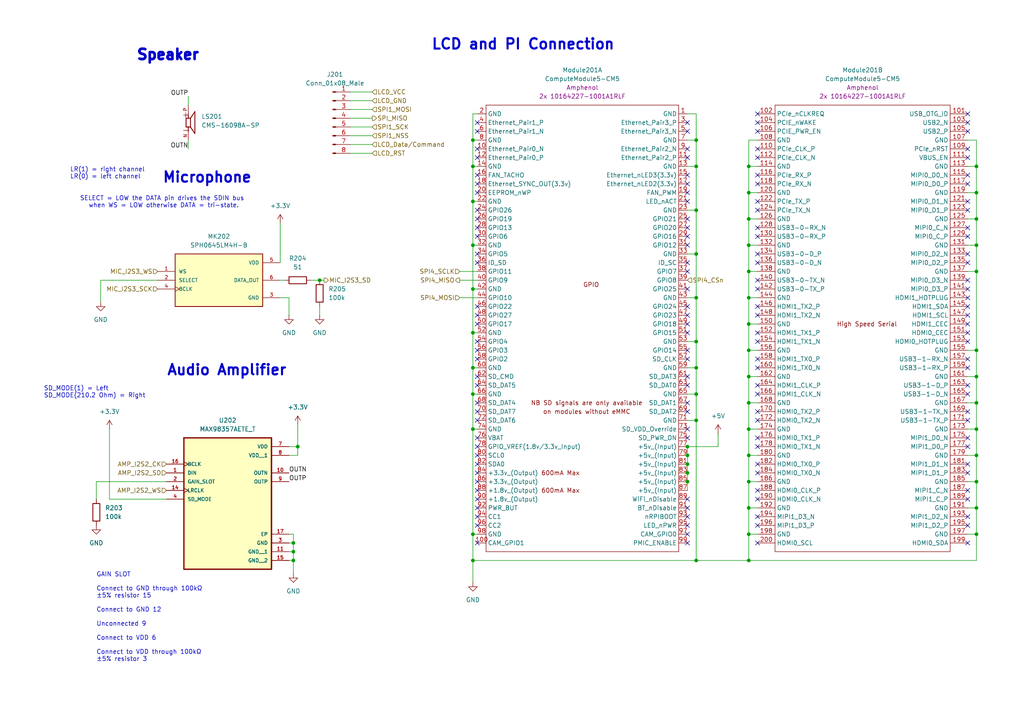
<source format=kicad_sch>
(kicad_sch (version 20250114) (generator "eeschema") (generator_version "9.0")
  (paper "A4")
  (lib_symbols
    (symbol "+3.3V_1" (power) (pin_numbers (hide yes)) (pin_names (offset 0) (hide yes))
      (property "Value" "+3.3V" (at 0 3.556 0))
      (symbol "+3.3V_1_0_1"
        (polyline (pts (xy -0.762 1.27) (xy 0 2.54)))
        (polyline (pts (xy 0 2.54) (xy 0.762 1.27)))
        (polyline (pts (xy 0 0) (xy 0 2.54)))
      )
      (symbol "+3.3V_1_1_1"
        (pin power_in line (at 0 0 90) (length 0) (name "~") (number "1"))
      )
    )
    (symbol "CM5IO:ComputeModule5-CM5"
      (property "Reference" "Module" (at 113.03 -68.58 0))
      (property "Value" "ComputeModule5-CM5" (at 140.97 2.54 0))
      (property "Field4" "Amphenol" (at 0 0 0))
      (property "Field5" "2x 10164227-1001A1RLF" (at 0 -2.54 0))
      (symbol "ComputeModule5-CM5_1_0"
        (text "GPIO" (at 0 6.35 0) (effects (font (size 1.27 1.27))))
      )
      (symbol "ComputeModule5-CM5_1_1"
        (rectangle (start -30.48 -71.12) (end 25.4 58.42))
        (text "600mA Max" (at -8.89 -48.26 0) (effects (font (size 1.27 1.27))))
        (text "600mA Max" (at -8.89 -53.34 0) (effects (font (size 1.27 1.27))))
        (text "NB SD signals are only available" (at -1.27 -27.94 0) (effects (font (size 1.27 1.27))))
        (text "on modules without eMMC" (at -1.27 -30.48 0) (effects (font (size 1.27 1.27))))
        (pin power_in line (at -33.02 55.88 0) (length 2.54) (name "GND") (number "2"))
        (pin passive line (at -33.02 53.34 0) (length 2.54) (name "Ethernet_Pair1_P") (number "4"))
        (pin passive line (at -33.02 50.8 0) (length 2.54) (name "Ethernet_Pair1_N") (number "6"))
        (pin power_in line (at -33.02 48.26 0) (length 2.54) (name "GND") (number "8"))
        (pin passive line (at -33.02 45.72 0) (length 2.54) (name "Ethernet_Pair0_N") (number "10"))
        (pin passive line (at -33.02 43.18 0) (length 2.54) (name "Ethernet_Pair0_P") (number "12"))
        (pin power_in line (at -33.02 40.64 0) (length 2.54) (name "GND") (number "14"))
        (pin input line (at -33.02 38.1 0) (length 2.54) (name "FAN_TACHO") (number "16"))
        (pin input line (at -33.02 35.56 0) (length 2.54) (name "Ethernet_SYNC_OUT(3.3v)") (number "18"))
        (pin passive line (at -33.02 33.02 0) (length 2.54) (name "EEPROM_nWP") (number "20"))
        (pin power_in line (at -33.02 30.48 0) (length 2.54) (name "GND") (number "22"))
        (pin passive line (at -33.02 27.94 0) (length 2.54) (name "GPIO26") (number "24"))
        (pin passive line (at -33.02 25.4 0) (length 2.54) (name "GPIO19") (number "26"))
        (pin passive line (at -33.02 22.86 0) (length 2.54) (name "GPIO13") (number "28"))
        (pin passive line (at -33.02 20.32 0) (length 2.54) (name "GPIO6") (number "30"))
        (pin power_in line (at -33.02 17.78 0) (length 2.54) (name "GND") (number "32"))
        (pin passive line (at -33.02 15.24 0) (length 2.54) (name "GPIO5") (number "34"))
        (pin passive line (at -33.02 12.7 0) (length 2.54) (name "ID_SD") (number "36"))
        (pin passive line (at -33.02 10.16 0) (length 2.54) (name "GPIO11") (number "38"))
        (pin passive line (at -33.02 7.62 0) (length 2.54) (name "GPIO9") (number "40"))
        (pin power_in line (at -33.02 5.08 0) (length 2.54) (name "GND") (number "42"))
        (pin passive line (at -33.02 2.54 0) (length 2.54) (name "GPIO10") (number "44"))
        (pin passive line (at -33.02 0 0) (length 2.54) (name "GPIO22") (number "46"))
        (pin passive line (at -33.02 -2.54 0) (length 2.54) (name "GPIO27") (number "48"))
        (pin passive line (at -33.02 -5.08 0) (length 2.54) (name "GPIO17") (number "50"))
        (pin power_in line (at -33.02 -7.62 0) (length 2.54) (name "GND") (number "52"))
        (pin passive line (at -33.02 -10.16 0) (length 2.54) (name "GPIO4") (number "54"))
        (pin passive line (at -33.02 -12.7 0) (length 2.54) (name "GPIO3") (number "56"))
        (pin passive line (at -33.02 -15.24 0) (length 2.54) (name "GPIO2") (number "58"))
        (pin power_in line (at -33.02 -17.78 0) (length 2.54) (name "GND") (number "60"))
        (pin passive line (at -33.02 -20.32 0) (length 2.54) (name "SD_CMD") (number "62"))
        (pin passive line (at -33.02 -22.86 0) (length 2.54) (name "SD_DAT5") (number "64"))
        (pin power_in line (at -33.02 -25.4 0) (length 2.54) (name "GND") (number "66"))
        (pin passive line (at -33.02 -27.94 0) (length 2.54) (name "SD_DAT4") (number "68"))
        (pin passive line (at -33.02 -30.48 0) (length 2.54) (name "SD_DAT7") (number "70"))
        (pin passive line (at -33.02 -33.02 0) (length 2.54) (name "SD_DAT6") (number "72"))
        (pin power_in line (at -33.02 -35.56 0) (length 2.54) (name "GND") (number "74"))
        (pin passive line (at -33.02 -38.1 0) (length 2.54) (name "VBAT") (number "76"))
        (pin power_in line (at -33.02 -40.64 0) (length 2.54) (name "GPIO_VREF(1.8v/3.3v_Input)") (number "78"))
        (pin passive line (at -33.02 -43.18 0) (length 2.54) (name "SCL0") (number "80"))
        (pin passive line (at -33.02 -45.72 0) (length 2.54) (name "SDA0") (number "82"))
        (pin power_out line (at -33.02 -48.26 0) (length 2.54) (name "+3.3v_(Output)") (number "84"))
        (pin passive line (at -33.02 -50.8 0) (length 2.54) (name "+3.3v_(Output)") (number "86"))
        (pin power_out line (at -33.02 -53.34 0) (length 2.54) (name "+1.8v_(Output)") (number "88"))
        (pin passive line (at -33.02 -55.88 0) (length 2.54) (name "+1.8v_(Output)") (number "90"))
        (pin passive line (at -33.02 -58.42 0) (length 2.54) (name "PWR_BUT") (number "92"))
        (pin passive line (at -33.02 -60.96 0) (length 2.54) (name "CC1") (number "94"))
        (pin passive line (at -33.02 -63.5 0) (length 2.54) (name "CC2") (number "96"))
        (pin power_in line (at -33.02 -66.04 0) (length 2.54) (name "GND") (number "98"))
        (pin passive line (at -33.02 -68.58 0) (length 2.54) (name "CAM_GPIO1") (number "100"))
        (pin power_in line (at 27.94 55.88 180) (length 2.54) (name "GND") (number "1"))
        (pin passive line (at 27.94 53.34 180) (length 2.54) (name "Ethernet_Pair3_P") (number "3"))
        (pin passive line (at 27.94 50.8 180) (length 2.54) (name "Ethernet_Pair3_N") (number "5"))
        (pin power_in line (at 27.94 48.26 180) (length 2.54) (name "GND") (number "7"))
        (pin passive line (at 27.94 45.72 180) (length 2.54) (name "Ethernet_Pair2_N") (number "9"))
        (pin passive line (at 27.94 43.18 180) (length 2.54) (name "Ethernet_Pair2_P") (number "11"))
        (pin power_in line (at 27.94 40.64 180) (length 2.54) (name "GND") (number "13"))
        (pin output line (at 27.94 38.1 180) (length 2.54) (name "Ethernet_nLED3(3.3v)") (number "15"))
        (pin output line (at 27.94 35.56 180) (length 2.54) (name "Ethernet_nLED2(3.3v)") (number "17"))
        (pin output line (at 27.94 33.02 180) (length 2.54) (name "FAN_PWM") (number "19"))
        (pin open_collector line (at 27.94 30.48 180) (length 2.54) (name "LED_nACT") (number "21"))
        (pin power_in line (at 27.94 27.94 180) (length 2.54) (name "GND") (number "23"))
        (pin passive line (at 27.94 25.4 180) (length 2.54) (name "GPIO21") (number "25"))
        (pin passive line (at 27.94 22.86 180) (length 2.54) (name "GPIO20") (number "27"))
        (pin passive line (at 27.94 20.32 180) (length 2.54) (name "GPIO16") (number "29"))
        (pin passive line (at 27.94 17.78 180) (length 2.54) (name "GPIO12") (number "31"))
        (pin power_in line (at 27.94 15.24 180) (length 2.54) (name "GND") (number "33"))
        (pin passive line (at 27.94 12.7 180) (length 2.54) (name "ID_SC") (number "35"))
        (pin passive line (at 27.94 10.16 180) (length 2.54) (name "GPIO7") (number "37"))
        (pin passive line (at 27.94 7.62 180) (length 2.54) (name "GPIO8") (number "39"))
        (pin passive line (at 27.94 5.08 180) (length 2.54) (name "GPIO25") (number "41"))
        (pin power_in line (at 27.94 2.54 180) (length 2.54) (name "GND") (number "43"))
        (pin passive line (at 27.94 0 180) (length 2.54) (name "GPIO24") (number "45"))
        (pin passive line (at 27.94 -2.54 180) (length 2.54) (name "GPIO23") (number "47"))
        (pin passive line (at 27.94 -5.08 180) (length 2.54) (name "GPIO18") (number "49"))
        (pin passive line (at 27.94 -7.62 180) (length 2.54) (name "GPIO15") (number "51"))
        (pin power_in line (at 27.94 -10.16 180) (length 2.54) (name "GND") (number "53"))
        (pin passive line (at 27.94 -12.7 180) (length 2.54) (name "GPIO14") (number "55"))
        (pin passive line (at 27.94 -15.24 180) (length 2.54) (name "SD_CLK") (number "57"))
        (pin power_in line (at 27.94 -17.78 180) (length 2.54) (name "GND") (number "59"))
        (pin passive line (at 27.94 -20.32 180) (length 2.54) (name "SD_DAT3") (number "61"))
        (pin passive line (at 27.94 -22.86 180) (length 2.54) (name "SD_DAT0") (number "63"))
        (pin power_in line (at 27.94 -25.4 180) (length 2.54) (name "GND") (number "65"))
        (pin passive line (at 27.94 -27.94 180) (length 2.54) (name "SD_DAT1") (number "67"))
        (pin passive line (at 27.94 -30.48 180) (length 2.54) (name "SD_DAT2") (number "69"))
        (pin power_in line (at 27.94 -33.02 180) (length 2.54) (name "GND") (number "71"))
        (pin input line (at 27.94 -35.56 180) (length 2.54) (name "SD_VDD_Override") (number "73"))
        (pin output line (at 27.94 -38.1 180) (length 2.54) (name "SD_PWR_ON") (number "75"))
        (pin power_in line (at 27.94 -40.64 180) (length 2.54) (name "+5v_(Input)") (number "77"))
        (pin power_in line (at 27.94 -43.18 180) (length 2.54) (name "+5v_(Input)") (number "79"))
        (pin power_in line (at 27.94 -45.72 180) (length 2.54) (name "+5v_(Input)") (number "81"))
        (pin power_in line (at 27.94 -48.26 180) (length 2.54) (name "+5v_(Input)") (number "83"))
        (pin power_in line (at 27.94 -50.8 180) (length 2.54) (name "+5v_(Input)") (number "85"))
        (pin power_in line (at 27.94 -53.34 180) (length 2.54) (name "+5v_(Input)") (number "87"))
        (pin input line (at 27.94 -55.88 180) (length 2.54) (name "WiFi_nDisable") (number "89"))
        (pin input line (at 27.94 -58.42 180) (length 2.54) (name "BT_nDisable") (number "91"))
        (pin input line (at 27.94 -60.96 180) (length 2.54) (name "nRPIBOOT") (number "93"))
        (pin output line (at 27.94 -63.5 180) (length 2.54) (name "LED_nPWR") (number "95"))
        (pin passive line (at 27.94 -66.04 180) (length 2.54) (name "CAM_GPIO0") (number "97"))
        (pin input line (at 27.94 -68.58 180) (length 2.54) (name "PMIC_ENABLE") (number "99"))
      )
      (symbol "ComputeModule5-CM5_2_1"
        (rectangle (start 114.3 -66.04) (end 165.1 63.5))
        (text "High Speed Serial" (at 140.97 0 0) (effects (font (size 1.27 1.27))))
        (pin input line (at 109.22 60.96 0) (length 5.08) (name "PCIe_nCLKREQ") (number "102"))
        (pin input line (at 109.22 58.42 0) (length 5.08) (name "PCIE_nWAKE") (number "104"))
        (pin output line (at 109.22 55.88 0) (length 5.08) (name "PCIE_PWR_EN") (number "106"))
        (pin power_in line (at 109.22 53.34 0) (length 5.08) (name "GND") (number "108"))
        (pin output line (at 109.22 50.8 0) (length 5.08) (name "PCIe_CLK_P") (number "110"))
        (pin output line (at 109.22 48.26 0) (length 5.08) (name "PCIe_CLK_N") (number "112"))
        (pin power_in line (at 109.22 45.72 0) (length 5.08) (name "GND") (number "114"))
        (pin input line (at 109.22 43.18 0) (length 5.08) (name "PCIe_RX_P") (number "116"))
        (pin input line (at 109.22 40.64 0) (length 5.08) (name "PCIe_RX_N") (number "118"))
        (pin power_in line (at 109.22 38.1 0) (length 5.08) (name "GND") (number "120"))
        (pin output line (at 109.22 35.56 0) (length 5.08) (name "PCIe_TX_P") (number "122"))
        (pin output line (at 109.22 33.02 0) (length 5.08) (name "PCIe_TX_N") (number "124"))
        (pin power_in line (at 109.22 30.48 0) (length 5.08) (name "GND") (number "126"))
        (pin input line (at 109.22 27.94 0) (length 5.08) (name "USB3-0-RX_N") (number "128"))
        (pin input line (at 109.22 25.4 0) (length 5.08) (name "USB3-0-RX_P") (number "130"))
        (pin power_in line (at 109.22 22.86 0) (length 5.08) (name "GND") (number "132"))
        (pin passive line (at 109.22 20.32 0) (length 5.08) (name "USB3-0-D_P") (number "134"))
        (pin passive line (at 109.22 17.78 0) (length 5.08) (name "USB3-0-D_N") (number "136"))
        (pin power_in line (at 109.22 15.24 0) (length 5.08) (name "GND") (number "138"))
        (pin output line (at 109.22 12.7 0) (length 5.08) (name "USB3-0-TX_N") (number "140"))
        (pin output line (at 109.22 10.16 0) (length 5.08) (name "USB3-0-TX_P") (number "142"))
        (pin power_in line (at 109.22 7.62 0) (length 5.08) (name "GND") (number "144"))
        (pin output line (at 109.22 5.08 0) (length 5.08) (name "HDMI1_TX2_P") (number "146"))
        (pin output line (at 109.22 2.54 0) (length 5.08) (name "HDMI1_TX2_N") (number "148"))
        (pin power_in line (at 109.22 0 0) (length 5.08) (name "GND") (number "150"))
        (pin output line (at 109.22 -2.54 0) (length 5.08) (name "HDMI1_TX1_P") (number "152"))
        (pin output line (at 109.22 -5.08 0) (length 5.08) (name "HDMI1_TX1_N") (number "154"))
        (pin power_in line (at 109.22 -7.62 0) (length 5.08) (name "GND") (number "156"))
        (pin output line (at 109.22 -10.16 0) (length 5.08) (name "HDMI1_TX0_P") (number "158"))
        (pin output line (at 109.22 -12.7 0) (length 5.08) (name "HDMI1_TX0_N") (number "160"))
        (pin power_in line (at 109.22 -15.24 0) (length 5.08) (name "GND") (number "162"))
        (pin output line (at 109.22 -17.78 0) (length 5.08) (name "HDMI1_CLK_P") (number "164"))
        (pin output line (at 109.22 -20.32 0) (length 5.08) (name "HDMI1_CLK_N") (number "166"))
        (pin power_in line (at 109.22 -22.86 0) (length 5.08) (name "GND") (number "168"))
        (pin output line (at 109.22 -25.4 0) (length 5.08) (name "HDMI0_TX2_P") (number "170"))
        (pin output line (at 109.22 -27.94 0) (length 5.08) (name "HDMI0_TX2_N") (number "172"))
        (pin power_in line (at 109.22 -30.48 0) (length 5.08) (name "GND") (number "174"))
        (pin output line (at 109.22 -33.02 0) (length 5.08) (name "HDMI0_TX1_P") (number "176"))
        (pin output line (at 109.22 -35.56 0) (length 5.08) (name "HDMI0_TX1_N") (number "178"))
        (pin power_in line (at 109.22 -38.1 0) (length 5.08) (name "GND") (number "180"))
        (pin output line (at 109.22 -40.64 0) (length 5.08) (name "HDMI0_TX0_P") (number "182"))
        (pin output line (at 109.22 -43.18 0) (length 5.08) (name "HDMI0_TX0_N") (number "184"))
        (pin power_in line (at 109.22 -45.72 0) (length 5.08) (name "GND") (number "186"))
        (pin output line (at 109.22 -48.26 0) (length 5.08) (name "HDMI0_CLK_P") (number "188"))
        (pin output line (at 109.22 -50.8 0) (length 5.08) (name "HDMI0_CLK_N") (number "190"))
        (pin power_in line (at 109.22 -53.34 0) (length 5.08) (name "GND") (number "192"))
        (pin output line (at 109.22 -55.88 0) (length 5.08) (name "MIPI1_D3_N") (number "194"))
        (pin output line (at 109.22 -58.42 0) (length 5.08) (name "MIPI1_D3_P") (number "196"))
        (pin power_in line (at 109.22 -60.96 0) (length 5.08) (name "GND") (number "198"))
        (pin open_collector line (at 109.22 -63.5 0) (length 5.08) (name "HDMI0_SCL") (number "200"))
        (pin input line (at 170.18 60.96 180) (length 5.08) (name "USB_OTG_ID") (number "101"))
        (pin passive line (at 170.18 58.42 180) (length 5.08) (name "USB2_N") (number "103"))
        (pin passive line (at 170.18 55.88 180) (length 5.08) (name "USB2_P") (number "105"))
        (pin power_in line (at 170.18 53.34 180) (length 5.08) (name "GND") (number "107"))
        (pin output line (at 170.18 50.8 180) (length 5.08) (name "PCIe_nRST") (number "109"))
        (pin output line (at 170.18 48.26 180) (length 5.08) (name "VBUS_EN") (number "111"))
        (pin power_in line (at 170.18 45.72 180) (length 5.08) (name "GND") (number "113"))
        (pin input line (at 170.18 43.18 180) (length 5.08) (name "MIPI0_D0_N") (number "115"))
        (pin input line (at 170.18 40.64 180) (length 5.08) (name "MIPI0_D0_P") (number "117"))
        (pin power_in line (at 170.18 38.1 180) (length 5.08) (name "GND") (number "119"))
        (pin input line (at 170.18 35.56 180) (length 5.08) (name "MIPI0_D1_N") (number "121"))
        (pin input line (at 170.18 33.02 180) (length 5.08) (name "MIPI0_D1_P") (number "123"))
        (pin power_in line (at 170.18 30.48 180) (length 5.08) (name "GND") (number "125"))
        (pin input line (at 170.18 27.94 180) (length 5.08) (name "MIPI0_C_N") (number "127"))
        (pin input line (at 170.18 25.4 180) (length 5.08) (name "MIPI0_C_P") (number "129"))
        (pin power_in line (at 170.18 22.86 180) (length 5.08) (name "GND") (number "131"))
        (pin input line (at 170.18 20.32 180) (length 5.08) (name "MIPI0_D2_N") (number "133"))
        (pin input line (at 170.18 17.78 180) (length 5.08) (name "MIPI0_D2_P") (number "135"))
        (pin power_in line (at 170.18 15.24 180) (length 5.08) (name "GND") (number "137"))
        (pin input line (at 170.18 12.7 180) (length 5.08) (name "MIPI0_D3_N") (number "139"))
        (pin input line (at 170.18 10.16 180) (length 5.08) (name "MIPI0_D3_P") (number "141"))
        (pin input line (at 170.18 7.62 180) (length 5.08) (name "HDMI1_HOTPLUG") (number "143"))
        (pin bidirectional line (at 170.18 5.08 180) (length 5.08) (name "HDMI1_SDA") (number "145"))
        (pin open_collector line (at 170.18 2.54 180) (length 5.08) (name "HDMI1_SCL") (number "147"))
        (pin open_collector line (at 170.18 0 180) (length 5.08) (name "HDMI1_CEC") (number "149"))
        (pin open_collector line (at 170.18 -2.54 180) (length 5.08) (name "HDMI0_CEC") (number "151"))
        (pin input line (at 170.18 -5.08 180) (length 5.08) (name "HDMI0_HOTPLUG") (number "153"))
        (pin power_in line (at 170.18 -7.62 180) (length 5.08) (name "GND") (number "155"))
        (pin input line (at 170.18 -10.16 180) (length 5.08) (name "USB3-1-RX_N") (number "157"))
        (pin input line (at 170.18 -12.7 180) (length 5.08) (name "USB3-1-RX_P") (number "159"))
        (pin power_in line (at 170.18 -15.24 180) (length 5.08) (name "GND") (number "161"))
        (pin passive line (at 170.18 -17.78 180) (length 5.08) (name "USB3-1-D_P") (number "163"))
        (pin passive line (at 170.18 -20.32 180) (length 5.08) (name "USB3-1-D_N") (number "165"))
        (pin power_in line (at 170.18 -22.86 180) (length 5.08) (name "GND") (number "167"))
        (pin output line (at 170.18 -25.4 180) (length 5.08) (name "USB3-1-TX_N") (number "169"))
        (pin output line (at 170.18 -27.94 180) (length 5.08) (name "USB3-1-TX_P") (number "171"))
        (pin power_in line (at 170.18 -30.48 180) (length 5.08) (name "GND") (number "173"))
        (pin output line (at 170.18 -33.02 180) (length 5.08) (name "MIPI1_D0_N") (number "175"))
        (pin output line (at 170.18 -35.56 180) (length 5.08) (name "MIPI1_D0_P") (number "177"))
        (pin power_in line (at 170.18 -38.1 180) (length 5.08) (name "GND") (number "179"))
        (pin output line (at 170.18 -40.64 180) (length 5.08) (name "MIPI1_D1_N") (number "181"))
        (pin output line (at 170.18 -43.18 180) (length 5.08) (name "MIPI1_D1_P") (number "183"))
        (pin power_in line (at 170.18 -45.72 180) (length 5.08) (name "GND") (number "185"))
        (pin output line (at 170.18 -48.26 180) (length 5.08) (name "MIPI1_C_N") (number "187"))
        (pin output line (at 170.18 -50.8 180) (length 5.08) (name "MIPI1_C_P") (number "189"))
        (pin power_in line (at 170.18 -53.34 180) (length 5.08) (name "GND") (number "191"))
        (pin output line (at 170.18 -55.88 180) (length 5.08) (name "MIPI1_D2_N") (number "193"))
        (pin output line (at 170.18 -58.42 180) (length 5.08) (name "MIPI1_D2_P") (number "195"))
        (pin power_in line (at 170.18 -60.96 180) (length 5.08) (name "GND") (number "197"))
        (pin bidirectional line (at 170.18 -63.5 180) (length 5.08) (name "HDMI0_SDA") (number "199"))
      )
    )
    (symbol "CMS-16098A-SP:CMS-16098A-SP" (pin_names (offset 1.016))
      (property "Reference" "LS" (at -3.8149 8.9014 0))
      (property "Value" "CMS-16098A-SP" (at -3.8252 -11.4755 0))
      (symbol "CMS-16098A-SP_0_0"
        (polyline (pts (xy -0.635 1.27) (xy 0 1.27)) (stroke (width 0.254)))
        (polyline (pts (xy -0.635 -1.27) (xy -0.635 1.27)) (stroke (width 0.254)))
        (polyline (pts (xy 0 1.27) (xy 0 2.54)) (stroke (width 0.254)))
        (polyline (pts (xy 0 1.27) (xy 0.635 1.27)) (stroke (width 0.254)))
        (polyline (pts (xy 0 -1.27) (xy -0.635 -1.27)) (stroke (width 0.254)))
        (polyline (pts (xy 0 -1.27) (xy 0 -2.54)) (stroke (width 0.254)))
        (polyline (pts (xy 0.635 1.27) (xy 0.635 -1.27)) (stroke (width 0.254)))
        (polyline (pts (xy 0.635 1.27) (xy 1.905 3.175)) (stroke (width 0.254)))
        (polyline (pts (xy 0.635 -1.27) (xy 0 -1.27)) (stroke (width 0.254)))
        (polyline (pts (xy 1.905 3.175) (xy 1.905 -3.175)) (stroke (width 0.254)))
        (polyline (pts (xy 1.905 -3.175) (xy 0.635 -1.27)) (stroke (width 0.254)))
        (text "+" (at -1.9116 1.2744 0) (effects (font (size 1.7841 1.7841)) (justify left bottom)))
        (text "-" (at -1.9061 -3.1768 0) (effects (font (size 1.779 1.779)) (justify left bottom)))
        (pin passive line (at 0 5.08 270) (length 2.54) (name "~") (number "P"))
        (pin passive line (at 0 -5.08 90) (length 2.54) (name "~") (number "N"))
      )
    )
    (symbol "Connector:Conn_01x08_Male" (pin_names (offset 1.016) (hide yes))
      (property "Reference" "J" (at 0 10.16 0))
      (property "Value" "Conn_01x08_Male" (at 0 -12.7 0))
      (symbol "Conn_01x08_Male_1_1"
        (rectangle (start 0.8636 7.747) (end 0 7.493) (stroke (width 0.1524)) (fill (type outline)))
        (rectangle (start 0.8636 5.207) (end 0 4.953) (stroke (width 0.1524)) (fill (type outline)))
        (rectangle (start 0.8636 2.667) (end 0 2.413) (stroke (width 0.1524)) (fill (type outline)))
        (rectangle (start 0.8636 0.127) (end 0 -0.127) (stroke (width 0.1524)) (fill (type outline)))
        (rectangle (start 0.8636 -2.413) (end 0 -2.667) (stroke (width 0.1524)) (fill (type outline)))
        (rectangle (start 0.8636 -4.953) (end 0 -5.207) (stroke (width 0.1524)) (fill (type outline)))
        (rectangle (start 0.8636 -7.493) (end 0 -7.747) (stroke (width 0.1524)) (fill (type outline)))
        (rectangle (start 0.8636 -10.033) (end 0 -10.287) (stroke (width 0.1524)) (fill (type outline)))
        (polyline (pts (xy 1.27 7.62) (xy 0.8636 7.62)) (stroke (width 0.1524)))
        (polyline (pts (xy 1.27 5.08) (xy 0.8636 5.08)) (stroke (width 0.1524)))
        (polyline (pts (xy 1.27 2.54) (xy 0.8636 2.54)) (stroke (width 0.1524)))
        (polyline (pts (xy 1.27 0) (xy 0.8636 0)) (stroke (width 0.1524)))
        (polyline (pts (xy 1.27 -2.54) (xy 0.8636 -2.54)) (stroke (width 0.1524)))
        (polyline (pts (xy 1.27 -5.08) (xy 0.8636 -5.08)) (stroke (width 0.1524)))
        (polyline (pts (xy 1.27 -7.62) (xy 0.8636 -7.62)) (stroke (width 0.1524)))
        (polyline (pts (xy 1.27 -10.16) (xy 0.8636 -10.16)) (stroke (width 0.1524)))
        (pin passive line (at 5.08 7.62 180) (length 3.81) (name "Pin_1") (number "1"))
        (pin passive line (at 5.08 5.08 180) (length 3.81) (name "Pin_2") (number "2"))
        (pin passive line (at 5.08 2.54 180) (length 3.81) (name "Pin_3") (number "3"))
        (pin passive line (at 5.08 0 180) (length 3.81) (name "Pin_4") (number "4"))
        (pin passive line (at 5.08 -2.54 180) (length 3.81) (name "Pin_5") (number "5"))
        (pin passive line (at 5.08 -5.08 180) (length 3.81) (name "Pin_6") (number "6"))
        (pin passive line (at 5.08 -7.62 180) (length 3.81) (name "Pin_7") (number "7"))
        (pin passive line (at 5.08 -10.16 180) (length 3.81) (name "Pin_8") (number "8"))
      )
    )
    (symbol "Device:R" (pin_numbers (hide yes)) (pin_names (offset 0))
      (property "Reference" "R" (at 2.032 0 90))
      (property "Value" "R" (at 0 0 90))
      (symbol "R_0_1"
        (rectangle (start -1.016 -2.54) (end 1.016 2.54) (stroke (width 0.254)))
      )
      (symbol "R_1_1"
        (pin passive line (at 0 3.81 270) (length 1.27) (name "~") (number "1"))
        (pin passive line (at 0 -3.81 90) (length 1.27) (name "~") (number "2"))
      )
    )
    (symbol "GND_1" (power) (pin_numbers (hide yes)) (pin_names (offset 0) (hide yes))
      (property "Value" "GND" (at 0 -3.81 0))
      (symbol "GND_1_0_1"
        (polyline (pts (xy 0 0) (xy 0 -1.27) (xy 1.27 -1.27) (xy 0 -2.54) (xy -1.27 -1.27) (xy 0 -1.27)))
      )
      (symbol "GND_1_1_1"
        (pin power_in line (at 0 0 270) (length 0) (name "~") (number "1"))
      )
    )
    (symbol "GND_2" (power) (pin_numbers (hide yes)) (pin_names (offset 0) (hide yes))
      (property "Value" "GND" (at 0 -3.81 0))
      (symbol "GND_2_0_1"
        (polyline (pts (xy 0 0) (xy 0 -1.27) (xy 1.27 -1.27) (xy 0 -2.54) (xy -1.27 -1.27) (xy 0 -1.27)))
      )
      (symbol "GND_2_1_1"
        (pin power_in line (at 0 0 270) (length 0) (name "~") (number "1"))
      )
    )
    (symbol "GND_3" (power) (pin_numbers (hide yes)) (pin_names (offset 0) (hide yes))
      (property "Value" "GND" (at 0 -3.81 0))
      (symbol "GND_3_0_1"
        (polyline (pts (xy 0 0) (xy 0 -1.27) (xy 1.27 -1.27) (xy 0 -2.54) (xy -1.27 -1.27) (xy 0 -1.27)))
      )
      (symbol "GND_3_1_1"
        (pin power_in line (at 0 0 270) (length 0) (name "~") (number "1"))
      )
    )
    (symbol "GND_4" (power) (pin_numbers (hide yes)) (pin_names (offset 0) (hide yes))
      (property "Value" "GND" (at 0 -3.81 0))
      (symbol "GND_4_0_1"
        (polyline (pts (xy 0 0) (xy 0 -1.27) (xy 1.27 -1.27) (xy 0 -2.54) (xy -1.27 -1.27) (xy 0 -1.27)))
      )
      (symbol "GND_4_1_1"
        (pin power_in line (at 0 0 270) (length 0) (name "~") (number "1"))
      )
    )
    (symbol "GND_5" (power) (pin_numbers (hide yes)) (pin_names (offset 0) (hide yes))
      (property "Value" "GND" (at 0 -3.81 0))
      (symbol "GND_5_0_1"
        (polyline (pts (xy 0 0) (xy 0 -1.27) (xy 1.27 -1.27) (xy 0 -2.54) (xy -1.27 -1.27) (xy 0 -1.27)))
      )
      (symbol "GND_5_1_1"
        (pin power_in line (at 0 0 270) (length 0) (name "~") (number "1"))
      )
    )
    (symbol "MAX98357AETE+T:MAX98357AETE_T" (pin_names (offset 1.016))
      (property "Reference" "U" (at -12.7 16.24 0))
      (property "Value" "MAX98357AETE_T" (at -12.7 -26.86 0))
      (symbol "MAX98357AETE_T_0_0"
        (rectangle (start -12.7 -22.86) (end 12.7 15.24) (stroke (width 0.41)) (fill (type background)))
        (pin input clock (at -17.78 7.62 0) (length 5.08) (name "BCLK") (number "16"))
        (pin input line (at -17.78 5.08 0) (length 5.08) (name "DIN") (number "1"))
        (pin input line (at -17.78 2.54 0) (length 5.08) (name "GAIN_SLOT") (number "2"))
        (pin input clock (at -17.78 0 0) (length 5.08) (name "LRCLK") (number "14"))
        (pin input line (at -17.78 -2.54 0) (length 5.08) (name "SD_MODE") (number "4"))
        (pin power_in line (at 17.78 12.7 180) (length 5.08) (name "VDD") (number "7"))
        (pin power_in line (at 17.78 10.16 180) (length 5.08) (name "VDD__1") (number "8"))
        (pin output line (at 17.78 5.08 180) (length 5.08) (name "OUTN") (number "10"))
        (pin output line (at 17.78 2.54 180) (length 5.08) (name "OUTP") (number "9"))
        (pin power_in line (at 17.78 -12.7 180) (length 5.08) (name "EP") (number "17"))
        (pin power_in line (at 17.78 -15.24 180) (length 5.08) (name "GND") (number "3"))
        (pin power_in line (at 17.78 -17.78 180) (length 5.08) (name "GND__1") (number "11"))
        (pin power_in line (at 17.78 -20.32 180) (length 5.08) (name "GND__2") (number "15"))
      )
    )
    (symbol "SPH0645LM4H-B:SPH0645LM4H-B" (pin_names (offset 1.016))
      (property "Reference" "MK" (at -12.7399 8.1466 0))
      (property "Value" "SPH0645LM4H-B" (at -12.7473 -10.1926 0))
      (symbol "SPH0645LM4H-B_0_0"
        (rectangle (start -12.7 -7.62) (end 12.7 7.62) (stroke (width 0.254)) (fill (type background)))
        (pin input line (at -17.78 2.54 0) (length 5.08) (name "WS") (number "1"))
        (pin input line (at -17.78 0 0) (length 5.08) (name "SELECT") (number "2"))
        (pin input clock (at -17.78 -2.54 0) (length 5.08) (name "BCLK") (number "4"))
        (pin power_in line (at 17.78 5.08 180) (length 5.08) (name "VDD") (number "5"))
        (pin output line (at 17.78 0 180) (length 5.08) (name "DATA_OUT") (number "6"))
        (pin power_in line (at 17.78 -5.08 180) (length 5.08) (name "GND") (number "3"))
      )
    )
    (symbol "power:+3.3V" (power) (pin_names (offset 0))
      (property "Value" "+3.3V" (at 0 3.556 0))
      (symbol "+3.3V_0_1"
        (polyline (pts (xy -0.762 1.27) (xy 0 2.54)))
        (polyline (pts (xy 0 2.54) (xy 0.762 1.27)))
        (polyline (pts (xy 0 0) (xy 0 2.54)))
      )
      (symbol "+3.3V_1_1"
        (pin power_in line (at 0 0 90) (length 0) (hide yes) (name "+3.3V") (number "1"))
      )
    )
    (symbol "power:+5V" (power) (pin_numbers (hide yes)) (pin_names (offset 0) (hide yes))
      (property "Value" "+5V" (at 0 3.556 0))
      (symbol "+5V_0_1"
        (polyline (pts (xy -0.762 1.27) (xy 0 2.54)))
        (polyline (pts (xy 0 2.54) (xy 0.762 1.27)))
        (polyline (pts (xy 0 0) (xy 0 2.54)))
      )
      (symbol "+5V_1_1"
        (pin power_in line (at 0 0 90) (length 0) (name "~") (number "1"))
      )
    )
    (symbol "power:GND" (power) (pin_names (offset 0))
      (property "Value" "GND" (at 0 -3.81 0))
      (symbol "GND_0_1"
        (polyline (pts (xy 0 0) (xy 0 -1.27) (xy 1.27 -1.27) (xy 0 -2.54) (xy -1.27 -1.27) (xy 0 -1.27)))
      )
      (symbol "GND_1_1"
        (pin power_in line (at 0 0 270) (length 0) (hide yes) (name "GND") (number "1"))
      )
    )
  )
  (text "GAIN SLOT\n\nConnect to GND through 100kΩ\n±5% resistor 15\n\nConnect to GND 12\n\nUnconnected 9\n\nConnect to VDD 6\n\nConnect to VDD through 100kΩ\n±5% resistor 3" (at 27.94 192.024 0) (effects (font (size 1.27 1.27)) (justify left bottom)))
  (text "SELECT = LOW the DATA pin drives the SDIN bus \nwhen WS = LOW otherwise DATA = tri-state." (at 47.498 58.674 0) (effects (font (size 1.27 1.27))))
  (text "SD_MODE(1) = Left\nSD_MODE(210.2 Ohm) = Right\n" (at 12.7 115.57 0) (effects (font (size 1.27 1.27)) (justify left bottom)))
  (text "Audio Amplifier\n" (at 48.26 109.22 0) (effects (font (size 3 3) (thickness 0.6) (bold yes)) (justify left bottom)))
  (text "Microphone\n" (at 46.99 53.34 0) (effects (font (size 3 3) (thickness 0.6) (bold yes)) (justify left bottom)))
  (text "LCD and PI Connection\n" (at 124.968 14.732 0) (effects (font (size 3 3) (thickness 0.6) (bold yes)) (justify left bottom)))
  (text "LR(1) = right channel\nLR(0) = left channel\n" (at 20.32 52.07 0) (effects (font (size 1.27 1.27)) (justify left bottom)))
  (text "Speaker\n" (at 39.37 17.78 0) (effects (font (size 3 3) (thickness 1) (bold yes)) (justify left bottom)))
  (junction (at 199.39 139.7))
  (junction (at 283.21 116.84))
  (junction (at 201.93 106.68))
  (junction (at 137.16 162.56))
  (junction (at 137.16 106.68))
  (junction (at 201.93 48.26))
  (junction (at 217.17 71.12))
  (junction (at 199.39 129.54))
  (junction (at 137.16 154.94))
  (junction (at 283.21 78.74))
  (junction (at 137.16 40.64))
  (junction (at 217.17 124.46))
  (junction (at 201.93 162.56))
  (junction (at 217.17 93.98))
  (junction (at 201.93 40.64))
  (junction (at 199.39 137.16))
  (junction (at 137.16 48.26))
  (junction (at 201.93 121.92))
  (junction (at 217.17 78.74))
  (junction (at 85.09 160.02))
  (junction (at 199.39 132.08))
  (junction (at 137.16 71.12))
  (junction (at 217.17 162.56))
  (junction (at 137.16 124.46))
  (junction (at 283.21 109.22))
  (junction (at 217.17 154.94))
  (junction (at 217.17 55.88))
  (junction (at 217.17 48.26))
  (junction (at 92.71 81.28))
  (junction (at 283.21 48.26))
  (junction (at 283.21 132.08))
  (junction (at 283.21 71.12))
  (junction (at 137.16 83.82))
  (junction (at 217.17 63.5))
  (junction (at 199.39 134.62))
  (junction (at 283.21 55.88))
  (junction (at 85.09 157.48))
  (junction (at 217.17 86.36))
  (junction (at 283.21 154.94))
  (junction (at 86.36 129.54))
  (junction (at 283.21 147.32))
  (junction (at 217.17 147.32))
  (junction (at 137.16 114.3))
  (junction (at 283.21 124.46))
  (junction (at 283.21 101.6))
  (junction (at 217.17 139.7))
  (junction (at 217.17 116.84))
  (junction (at 283.21 63.5))
  (junction (at 201.93 73.66))
  (junction (at 217.17 109.22))
  (junction (at 217.17 101.6))
  (junction (at 137.16 58.42))
  (junction (at 217.17 132.08))
  (junction (at 201.93 86.36))
  (junction (at 201.93 114.3))
  (junction (at 201.93 99.06))
  (junction (at 137.16 96.52))
  (junction (at 85.09 162.56))
  (junction (at 283.21 139.7))
  (junction (at 201.93 60.96))
  (no_connect (at 219.71 45.72))
  (no_connect (at 199.39 35.56))
  (no_connect (at 138.43 50.8))
  (no_connect (at 280.67 129.54))
  (no_connect (at 199.39 91.44))
  (no_connect (at 199.39 55.88))
  (no_connect (at 219.71 99.06))
  (no_connect (at 138.43 101.6))
  (no_connect (at 280.67 58.42))
  (no_connect (at 138.43 91.44))
  (no_connect (at 219.71 81.28))
  (no_connect (at 280.67 68.58))
  (no_connect (at 138.43 149.86))
  (no_connect (at 280.67 60.96))
  (no_connect (at 199.39 66.04))
  (no_connect (at 219.71 111.76))
  (no_connect (at 219.71 43.18))
  (no_connect (at 199.39 83.82))
  (no_connect (at 219.71 68.58))
  (no_connect (at 138.43 53.34))
  (no_connect (at 219.71 106.68))
  (no_connect (at 280.67 35.56))
  (no_connect (at 199.39 78.74))
  (no_connect (at 219.71 114.3))
  (no_connect (at 219.71 157.48))
  (no_connect (at 138.43 129.54))
  (no_connect (at 199.39 154.94))
  (no_connect (at 219.71 149.86))
  (no_connect (at 199.39 96.52))
  (no_connect (at 280.67 111.76))
  (no_connect (at 280.67 66.04))
  (no_connect (at 280.67 93.98))
  (no_connect (at 280.67 73.66))
  (no_connect (at 219.71 152.4))
  (no_connect (at 280.67 104.14))
  (no_connect (at 219.71 83.82))
  (no_connect (at 280.67 53.34))
  (no_connect (at 280.67 83.82))
  (no_connect (at 219.71 91.44))
  (no_connect (at 199.39 149.86))
  (no_connect (at 138.43 119.38))
  (no_connect (at 138.43 152.4))
  (no_connect (at 280.67 45.72))
  (no_connect (at 199.39 147.32))
  (no_connect (at 199.39 93.98))
  (no_connect (at 199.39 144.78))
  (no_connect (at 219.71 129.54))
  (no_connect (at 138.43 144.78))
  (no_connect (at 219.71 134.62))
  (no_connect (at 138.43 139.7))
  (no_connect (at 280.67 134.62))
  (no_connect (at 280.67 121.92))
  (no_connect (at 138.43 111.76))
  (no_connect (at 219.71 144.78))
  (no_connect (at 138.43 142.24))
  (no_connect (at 138.43 63.5))
  (no_connect (at 219.71 33.02))
  (no_connect (at 219.71 137.16))
  (no_connect (at 138.43 147.32))
  (no_connect (at 138.43 45.72))
  (no_connect (at 280.67 99.06))
  (no_connect (at 280.67 33.02))
  (no_connect (at 280.67 43.18))
  (no_connect (at 219.71 119.38))
  (no_connect (at 280.67 88.9))
  (no_connect (at 199.39 88.9))
  (no_connect (at 219.71 104.14))
  (no_connect (at 219.71 50.8))
  (no_connect (at 138.43 116.84))
  (no_connect (at 280.67 119.38))
  (no_connect (at 219.71 38.1))
  (no_connect (at 280.67 137.16))
  (no_connect (at 138.43 134.62))
  (no_connect (at 199.39 157.48))
  (no_connect (at 219.71 35.56))
  (no_connect (at 199.39 38.1))
  (no_connect (at 280.67 127))
  (no_connect (at 199.39 104.14))
  (no_connect (at 219.71 53.34))
  (no_connect (at 138.43 121.92))
  (no_connect (at 138.43 99.06))
  (no_connect (at 199.39 58.42))
  (no_connect (at 280.67 91.44))
  (no_connect (at 199.39 152.4))
  (no_connect (at 280.67 50.8))
  (no_connect (at 138.43 43.18))
  (no_connect (at 199.39 71.12))
  (no_connect (at 280.67 157.48))
  (no_connect (at 138.43 66.04))
  (no_connect (at 199.39 101.6))
  (no_connect (at 280.67 152.4))
  (no_connect (at 219.71 127))
  (no_connect (at 138.43 60.96))
  (no_connect (at 219.71 60.96))
  (no_connect (at 138.43 38.1))
  (no_connect (at 138.43 73.66))
  (no_connect (at 138.43 76.2))
  (no_connect (at 138.43 104.14))
  (no_connect (at 280.67 142.24))
  (no_connect (at 219.71 88.9))
  (no_connect (at 138.43 157.48))
  (no_connect (at 280.67 144.78))
  (no_connect (at 138.43 109.22))
  (no_connect (at 138.43 127))
  (no_connect (at 138.43 68.58))
  (no_connect (at 138.43 93.98))
  (no_connect (at 199.39 119.38))
  (no_connect (at 199.39 116.84))
  (no_connect (at 280.67 81.28))
  (no_connect (at 219.71 76.2))
  (no_connect (at 219.71 142.24))
  (no_connect (at 280.67 38.1))
  (no_connect (at 199.39 76.2))
  (no_connect (at 138.43 137.16))
  (no_connect (at 138.43 35.56))
  (no_connect (at 219.71 96.52))
  (no_connect (at 138.43 55.88))
  (no_connect (at 280.67 149.86))
  (no_connect (at 138.43 88.9))
  (no_connect (at 199.39 109.22))
  (no_connect (at 199.39 111.76))
  (no_connect (at 280.67 86.36))
  (no_connect (at 280.67 114.3))
  (no_connect (at 280.67 96.52))
  (no_connect (at 280.67 76.2))
  (no_connect (at 280.67 106.68))
  (no_connect (at 219.71 73.66))
  (no_connect (at 199.39 45.72))
  (no_connect (at 219.71 58.42))
  (no_connect (at 219.71 66.04))
  (no_connect (at 199.39 53.34))
  (no_connect (at 219.71 121.92))
  (no_connect (at 199.39 68.58))
  (no_connect (at 138.43 132.08))
  (no_connect (at 199.39 50.8))
  (no_connect (at 199.39 127))
  (no_connect (at 199.39 63.5))
  (no_connect (at 199.39 124.46))
  (no_connect (at 199.39 43.18))
  (wire (pts (xy 217.17 147.32) (xy 219.71 147.32)))
  (wire (pts (xy 133.35 86.36) (xy 138.43 86.36)))
  (wire (pts (xy 81.28 86.36) (xy 83.82 86.36)))
  (wire (pts (xy 283.21 124.46) (xy 283.21 132.08)))
  (wire (pts (xy 283.21 78.74) (xy 283.21 101.6)))
  (wire (pts (xy 83.82 154.94) (xy 85.09 154.94)))
  (wire (pts (xy 201.93 73.66) (xy 201.93 86.36)))
  (wire (pts (xy 217.17 147.32) (xy 217.17 154.94)))
  (wire (pts (xy 31.75 124.46) (xy 31.75 144.78)))
  (wire (pts (xy 217.17 154.94) (xy 217.17 162.56)))
  (wire (pts (xy 199.39 129.54) (xy 199.39 132.08)))
  (wire (pts (xy 137.16 154.94) (xy 137.16 162.56)))
  (wire (pts (xy 217.17 63.5) (xy 217.17 71.12)))
  (wire (pts (xy 107.95 31.75) (xy 101.6 31.75)))
  (wire (pts (xy 199.39 60.96) (xy 201.93 60.96)))
  (wire (pts (xy 83.82 157.48) (xy 85.09 157.48)))
  (wire (pts (xy 283.21 162.56) (xy 217.17 162.56)))
  (wire (pts (xy 217.17 93.98) (xy 217.17 101.6)))
  (wire (pts (xy 85.09 160.02) (xy 85.09 162.56)))
  (wire (pts (xy 27.94 139.7) (xy 48.26 139.7)))
  (wire (pts (xy 283.21 147.32) (xy 283.21 154.94)))
  (wire (pts (xy 283.21 55.88) (xy 283.21 63.5)))
  (wire (pts (xy 48.26 144.78) (xy 31.75 144.78)))
  (wire (pts (xy 107.95 41.91) (xy 101.6 41.91)))
  (wire (pts (xy 280.67 139.7) (xy 283.21 139.7)))
  (wire (pts (xy 280.67 71.12) (xy 283.21 71.12)))
  (wire (pts (xy 137.16 58.42) (xy 138.43 58.42)))
  (wire (pts (xy 283.21 101.6) (xy 283.21 109.22)))
  (wire (pts (xy 199.39 137.16) (xy 199.39 139.7)))
  (wire (pts (xy 137.16 83.82) (xy 137.16 96.52)))
  (wire (pts (xy 137.16 48.26) (xy 137.16 58.42)))
  (wire (pts (xy 199.39 73.66) (xy 201.93 73.66)))
  (wire (pts (xy 217.17 55.88) (xy 219.71 55.88)))
  (wire (pts (xy 199.39 114.3) (xy 201.93 114.3)))
  (wire (pts (xy 280.67 48.26) (xy 283.21 48.26)))
  (wire (pts (xy 219.71 40.64) (xy 217.17 40.64)))
  (wire (pts (xy 137.16 96.52) (xy 137.16 106.68)))
  (wire (pts (xy 199.39 48.26) (xy 201.93 48.26)))
  (wire (pts (xy 137.16 96.52) (xy 138.43 96.52)))
  (wire (pts (xy 85.09 162.56) (xy 85.09 166.37)))
  (wire (pts (xy 137.16 106.68) (xy 138.43 106.68)))
  (wire (pts (xy 54.61 27.94) (xy 54.61 30.48)))
  (wire (pts (xy 283.21 132.08) (xy 283.21 139.7)))
  (wire (pts (xy 201.93 114.3) (xy 201.93 121.92)))
  (wire (pts (xy 283.21 71.12) (xy 283.21 78.74)))
  (wire (pts (xy 217.17 101.6) (xy 217.17 109.22)))
  (wire (pts (xy 133.35 81.28) (xy 138.43 81.28)))
  (wire (pts (xy 27.94 139.7) (xy 27.94 144.78)))
  (wire (pts (xy 283.21 40.64) (xy 283.21 48.26)))
  (wire (pts (xy 137.16 71.12) (xy 137.16 83.82)))
  (wire (pts (xy 137.16 48.26) (xy 138.43 48.26)))
  (wire (pts (xy 107.95 39.37) (xy 101.6 39.37)))
  (wire (pts (xy 29.21 81.28) (xy 29.21 87.63)))
  (wire (pts (xy 83.82 132.08) (xy 86.36 132.08)))
  (wire (pts (xy 199.39 40.64) (xy 201.93 40.64)))
  (wire (pts (xy 199.39 86.36) (xy 201.93 86.36)))
  (wire (pts (xy 92.71 88.9) (xy 92.71 91.44)))
  (wire (pts (xy 137.16 83.82) (xy 138.43 83.82)))
  (wire (pts (xy 217.17 124.46) (xy 217.17 132.08)))
  (wire (pts (xy 107.95 36.83) (xy 101.6 36.83)))
  (wire (pts (xy 81.28 64.77) (xy 81.28 76.2)))
  (wire (pts (xy 217.17 101.6) (xy 219.71 101.6)))
  (wire (pts (xy 280.67 132.08) (xy 283.21 132.08)))
  (wire (pts (xy 280.67 40.64) (xy 283.21 40.64)))
  (wire (pts (xy 280.67 147.32) (xy 283.21 147.32)))
  (wire (pts (xy 280.67 116.84) (xy 283.21 116.84)))
  (wire (pts (xy 137.16 114.3) (xy 137.16 124.46)))
  (wire (pts (xy 217.17 55.88) (xy 217.17 63.5)))
  (wire (pts (xy 201.93 86.36) (xy 201.93 99.06)))
  (wire (pts (xy 107.95 44.45) (xy 101.6 44.45)))
  (wire (pts (xy 138.43 33.02) (xy 137.16 33.02)))
  (wire (pts (xy 283.21 63.5) (xy 283.21 71.12)))
  (wire (pts (xy 201.93 48.26) (xy 201.93 60.96)))
  (wire (pts (xy 217.17 139.7) (xy 219.71 139.7)))
  (wire (pts (xy 280.67 109.22) (xy 283.21 109.22)))
  (wire (pts (xy 83.82 160.02) (xy 85.09 160.02)))
  (wire (pts (xy 217.17 109.22) (xy 219.71 109.22)))
  (wire (pts (xy 137.16 58.42) (xy 137.16 71.12)))
  (wire (pts (xy 137.16 154.94) (xy 138.43 154.94)))
  (wire (pts (xy 137.16 114.3) (xy 138.43 114.3)))
  (wire (pts (xy 217.17 132.08) (xy 217.17 139.7)))
  (wire (pts (xy 137.16 106.68) (xy 137.16 114.3)))
  (wire (pts (xy 283.21 48.26) (xy 283.21 55.88)))
  (wire (pts (xy 280.67 55.88) (xy 283.21 55.88)))
  (wire (pts (xy 199.39 132.08) (xy 199.39 134.62)))
  (wire (pts (xy 107.95 34.29) (xy 101.6 34.29)))
  (wire (pts (xy 137.16 40.64) (xy 138.43 40.64)))
  (wire (pts (xy 217.17 71.12) (xy 217.17 78.74)))
  (wire (pts (xy 83.82 86.36) (xy 83.82 91.44)))
  (wire (pts (xy 137.16 162.56) (xy 137.16 168.91)))
  (wire (pts (xy 217.17 154.94) (xy 219.71 154.94)))
  (wire (pts (xy 201.93 99.06) (xy 201.93 106.68)))
  (wire (pts (xy 217.17 78.74) (xy 217.17 86.36)))
  (wire (pts (xy 92.71 81.28) (xy 90.17 81.28)))
  (wire (pts (xy 86.36 129.54) (xy 86.36 132.08)))
  (wire (pts (xy 280.67 124.46) (xy 283.21 124.46)))
  (wire (pts (xy 201.93 33.02) (xy 201.93 40.64)))
  (wire (pts (xy 217.17 40.64) (xy 217.17 48.26)))
  (wire (pts (xy 217.17 139.7) (xy 217.17 147.32)))
  (wire (pts (xy 280.67 101.6) (xy 283.21 101.6)))
  (wire (pts (xy 54.61 43.18) (xy 54.61 40.64)))
  (wire (pts (xy 217.17 48.26) (xy 217.17 55.88)))
  (wire (pts (xy 107.95 26.67) (xy 101.6 26.67)))
  (wire (pts (xy 82.55 81.28) (xy 81.28 81.28)))
  (wire (pts (xy 217.17 116.84) (xy 219.71 116.84)))
  (wire (pts (xy 208.28 125.73) (xy 208.28 129.54)))
  (wire (pts (xy 85.09 162.56) (xy 83.82 162.56)))
  (wire (pts (xy 280.67 154.94) (xy 283.21 154.94)))
  (wire (pts (xy 217.17 162.56) (xy 201.93 162.56)))
  (wire (pts (xy 137.16 71.12) (xy 138.43 71.12)))
  (wire (pts (xy 283.21 109.22) (xy 283.21 116.84)))
  (wire (pts (xy 217.17 124.46) (xy 219.71 124.46)))
  (wire (pts (xy 201.93 121.92) (xy 201.93 162.56)))
  (wire (pts (xy 199.39 106.68) (xy 201.93 106.68)))
  (wire (pts (xy 93.98 81.28) (xy 92.71 81.28)))
  (wire (pts (xy 137.16 40.64) (xy 137.16 48.26)))
  (wire (pts (xy 283.21 139.7) (xy 283.21 147.32)))
  (wire (pts (xy 201.93 106.68) (xy 201.93 114.3)))
  (wire (pts (xy 217.17 132.08) (xy 219.71 132.08)))
  (wire (pts (xy 137.16 124.46) (xy 137.16 154.94)))
  (wire (pts (xy 217.17 63.5) (xy 219.71 63.5)))
  (wire (pts (xy 280.67 63.5) (xy 283.21 63.5)))
  (wire (pts (xy 217.17 78.74) (xy 219.71 78.74)))
  (wire (pts (xy 217.17 71.12) (xy 219.71 71.12)))
  (wire (pts (xy 107.95 29.21) (xy 101.6 29.21)))
  (wire (pts (xy 137.16 124.46) (xy 138.43 124.46)))
  (wire (pts (xy 199.39 129.54) (xy 208.28 129.54)))
  (wire (pts (xy 217.17 116.84) (xy 217.17 124.46)))
  (wire (pts (xy 217.17 109.22) (xy 217.17 116.84)))
  (wire (pts (xy 45.72 81.28) (xy 29.21 81.28)))
  (wire (pts (xy 217.17 86.36) (xy 219.71 86.36)))
  (wire (pts (xy 199.39 33.02) (xy 201.93 33.02)))
  (wire (pts (xy 217.17 86.36) (xy 217.17 93.98)))
  (wire (pts (xy 280.67 78.74) (xy 283.21 78.74)))
  (wire (pts (xy 85.09 154.94) (xy 85.09 157.48)))
  (wire (pts (xy 201.93 60.96) (xy 201.93 73.66)))
  (wire (pts (xy 83.82 129.54) (xy 86.36 129.54)))
  (wire (pts (xy 199.39 134.62) (xy 199.39 137.16)))
  (wire (pts (xy 199.39 99.06) (xy 201.93 99.06)))
  (wire (pts (xy 201.93 40.64) (xy 201.93 48.26)))
  (wire (pts (xy 199.39 121.92) (xy 201.93 121.92)))
  (wire (pts (xy 217.17 48.26) (xy 219.71 48.26)))
  (wire (pts (xy 133.35 78.74) (xy 138.43 78.74)))
  (wire (pts (xy 86.36 123.19) (xy 86.36 129.54)))
  (wire (pts (xy 283.21 154.94) (xy 283.21 162.56)))
  (wire (pts (xy 199.39 139.7) (xy 199.39 142.24)))
  (wire (pts (xy 85.09 157.48) (xy 85.09 160.02)))
  (wire (pts (xy 283.21 116.84) (xy 283.21 124.46)))
  (wire (pts (xy 137.16 162.56) (xy 201.93 162.56)))
  (wire (pts (xy 217.17 93.98) (xy 219.71 93.98)))
  (wire (pts (xy 137.16 33.02) (xy 137.16 40.64)))
  (label "OUTP" (at 83.82 139.7 0))
  (label "OUTN" (at 54.61 43.18 180))
  (label "OUTP" (at 54.61 27.94 180))
  (label "OUTN" (at 83.82 137.16 0))
  (hierarchical_label "SPI1_SCK" (shape input) (at 107.95 36.83 0))
  (hierarchical_label "SPI4_MOSI" (shape input) (at 133.35 86.36 180))
  (hierarchical_label "SPI_MISO" (shape output) (at 107.95 34.29 0))
  (hierarchical_label "LCD_GND" (shape input) (at 107.95 29.21 0))
  (hierarchical_label "SPI4_SCLK" (shape input) (at 133.35 78.74 180))
  (hierarchical_label "AMP_I2S2_WS" (shape input) (at 48.26 142.24 180))
  (hierarchical_label "MIC_I2S3_SD" (shape output) (at 93.98 81.28 0))
  (hierarchical_label "MIC_I2S3_WS" (shape input) (at 45.72 78.74 180))
  (hierarchical_label "AMP_I2S2_SD" (shape input) (at 48.26 137.16 180))
  (hierarchical_label "SPI1_NSS" (shape input) (at 107.95 39.37 0))
  (hierarchical_label "MIC_I2S3_SCK" (shape input) (at 45.72 83.82 180))
  (hierarchical_label "LCD_Data{slash}Command" (shape input) (at 107.95 41.91 0))
  (hierarchical_label "LCD_RST" (shape input) (at 107.95 44.45 0))
  (hierarchical_label "LCD_VCC" (shape input) (at 107.95 26.67 0))
  (hierarchical_label "SPI4_CSn" (shape input) (at 199.39 81.28 0))
  (hierarchical_label "AMP_I2S2_CK" (shape input) (at 48.26 134.62 180))
  (hierarchical_label "SPI4_MISO" (shape output) (at 133.35 81.28 180))
  (hierarchical_label "SPI1_MOSI" (shape input) (at 107.95 31.75 0))
  (symbol (lib_id "Device:R") (at 92.71 85.09 0) (unit 1)
    (property "Reference" "R205" (at 95.25 83.8199 0) (effects (justify left)))
    (property "Value" "100k" (at 95.25 86.3599 0) (effects (justify left)))
    (property "Footprint" "Resistor_SMD:R_0805_2012Metric_Pad1.20x1.40mm_HandSolder" (effects (hide yes)))
  )
  (symbol (lib_id "Device:R") (at 86.36 81.28 270) (unit 1)
    (property "Reference" "R204" (at 86.36 74.93 90))
    (property "Value" "51" (at 86.36 77.47 90))
    (property "Footprint" "Resistor_SMD:R_0805_2012Metric_Pad1.20x1.40mm_HandSolder" (effects (hide yes)))
  )
  (symbol (lib_name "GND_4") (lib_id "power:GND") (at 29.21 87.63 0) (unit 1)
    (property "Reference" "#PWR0206" (effects (hide yes)))
    (property "Value" "GND" (at 29.21 92.71 0))
    (property "Description" "Power symbol creates a global label with name \"GND\" , ground" (effects (hide yes)))
  )
  (symbol (lib_name "GND_2") (lib_id "power:GND") (at 85.09 166.37 0) (unit 1)
    (property "Reference" "#PWR0203" (effects (hide yes)))
    (property "Value" "GND" (at 85.09 171.45 0))
    (property "Description" "Power symbol creates a global label with name \"GND\" , ground" (effects (hide yes)))
  )
  (symbol (lib_id "power:+3.3V") (at 31.75 124.46 0) (unit 1)
    (property "Reference" "#PWR0114" (effects (hide yes)))
    (property "Value" "+3.3V" (at 31.75 119.38 0))
  )
  (symbol (lib_id "SPH0645LM4H-B:SPH0645LM4H-B") (at 63.5 81.28 0) (unit 1)
    (property "Reference" "MK202" (at 63.5 68.58 0))
    (property "Value" "SPH0645LM4H-B" (at 63.5 71.12 0))
    (property "Footprint" "SPH0645LM4H-B(Microphone):MIC_SPH0645LM4H-B" (effects (hide yes)))
    (property "MF" "Knowles" (effects (hide yes)))
    (property "DESCRIPTION" "Mic Mems Digital I2s Omni -26db" (effects (hide yes)))
    (property "PACKAGE" "SIP-7 Bourns" (effects (hide yes)))
    (property "PRICE" "None" (effects (hide yes)))
    (property "Package" "None" (effects (hide yes)))
    (property "Check_prices" "https://www.snapeda.com/parts/SPH0645LM4H-B/Knowles/view-part/?ref=eda" (effects (hide yes)))
    (property "SnapEDA_Link" "https://www.snapeda.com/parts/SPH0645LM4H-B/Knowles/view-part/?ref=snap" (effects (hide yes)))
    (property "MP" "SPH0645LM4H-B" (effects (hide yes)))
    (property "AVAILABILITY" "Unavailable" (effects (hide yes)))
    (property "Description_1" "20 Hz ~ 10 kHz Digital, I2S Microphone MEMS (Silicon) 1.62 V ~ 3.6 V Omnidirectional (-26dB ±3dB @ 94dB SPL) Solder Pads" (effects (hide yes)))
  )
  (symbol (lib_id "MAX98357AETE+T:MAX98357AETE_T") (at 66.04 142.24 0) (unit 1)
    (property "Reference" "U202" (at 66.04 121.92 0))
    (property "Value" "MAX98357AETE_T" (at 66.04 124.46 0))
    (property "Footprint" "Package_DFN_QFN:TQFN-16-1EP_3x3mm_P0.5mm_EP1.23x1.23mm" (effects (hide yes)))
    (property "MF" "Maxim Integrated" (effects (hide yes)))
    (property "Description_1" "Audio Amp Speaker 1-CH Mono Class-D 16-Pin TQFN EP T/R" (effects (hide yes)))
    (property "Package" "TQFN-16 Maxim" (effects (hide yes)))
    (property "Price" "None" (effects (hide yes)))
    (property "MP" "MAX98357AETE+T" (effects (hide yes)))
    (property "Availability" "Unavailable" (effects (hide yes)))
  )
  (symbol (lib_id "Device:R") (at 27.94 148.59 180) (unit 1)
    (property "Reference" "R203" (at 30.48 147.3199 0) (effects (justify right)))
    (property "Value" "100k" (at 30.48 149.8599 0) (effects (justify right)))
    (property "Footprint" "Resistor_SMD:R_0805_2012Metric_Pad1.20x1.40mm_HandSolder" (effects (hide yes)))
  )
  (symbol (lib_id "CM5IO:ComputeModule5-CM5") (at 171.45 88.9 0) (unit 1)
    (property "Reference" "Module201" (at 168.91 20.32 0))
    (property "Value" "ComputeModule5-CM5" (at 168.91 22.86 0))
    (property "Footprint" "CM5IO:Raspberry-Pi-5-Compute-Module" (effects (hide yes)))
    (property "Description" "RaspberryPi Compute module 5" (effects (hide yes)))
    (property "Field4" "Amphenol" (at 168.91 25.4 0))
    (property "Field5" "2x 10164227-1001A1RLF" (at 168.91 27.94 0))
  )
  (symbol (lib_name "GND_5") (lib_id "power:GND") (at 92.71 91.44 0) (unit 1)
    (property "Reference" "#PWR0207" (effects (hide yes)))
    (property "Value" "GND" (at 92.71 96.52 0))
    (property "Description" "Power symbol creates a global label with name \"GND\" , ground" (effects (hide yes)))
  )
  (symbol (lib_id "CMS-16098A-SP:CMS-16098A-SP") (at 54.61 35.56 0) (unit 1)
    (property "Reference" "LS201" (at 58.42 33.8046 0) (effects (justify left)))
    (property "Value" "CMS-16098A-SP" (at 58.42 36.3446 0) (effects (justify left)))
    (property "Footprint" "CMS_16098A_SP(Speaker):CUI_CMS-16098A-SP" (effects (hide yes)))
    (property "MF" "CUI" (effects (hide yes)))
    (property "DESCRIPTION" "16 x 9 mm, Rectangular Frame , 0.8 W, 8 Ohm, Neodymium Magnet, Mylar Cone" (effects (hide yes)))
    (property "PACKAGE" "CUI" (effects (hide yes)))
    (property "PRICE" "1.52 USD" (effects (hide yes)))
    (property "MP" "CMS-16098A-SP" (effects (hide yes)))
    (property "AVAILABILITY" "Warning" (effects (hide yes)))
  )
  (symbol (lib_id "power:+3.3V") (at 86.36 123.19 0) (unit 1)
    (property "Reference" "#PWR0111" (effects (hide yes)))
    (property "Value" "+3.3V" (at 86.36 118.11 0))
  )
  (symbol (lib_id "power:+5V") (at 208.28 125.73 0) (unit 1)
    (property "Reference" "#PWR0202" (effects (hide yes)))
    (property "Value" "+5V" (at 208.28 120.65 0))
    (property "Description" "Power symbol creates a global label with name \"+5V\"" (effects (hide yes)))
  )
  (symbol (lib_name "GND_3") (lib_id "power:GND") (at 83.82 91.44 0) (unit 1)
    (property "Reference" "#PWR0204" (effects (hide yes)))
    (property "Value" "GND" (at 83.82 96.52 0))
    (property "Description" "Power symbol creates a global label with name \"GND\" , ground" (effects (hide yes)))
  )
  (symbol (lib_id "CM5IO:ComputeModule5-CM5") (at 110.49 93.98 0) (unit 2)
    (property "Reference" "Module201" (at 250.19 20.32 0))
    (property "Value" "ComputeModule5-CM5" (at 250.19 22.86 0))
    (property "Footprint" "CM5IO:Raspberry-Pi-5-Compute-Module" (effects (hide yes)))
    (property "Description" "RaspberryPi Compute module 5" (effects (hide yes)))
    (property "Field4" "Amphenol" (at 250.19 25.4 0))
    (property "Field5" "2x 10164227-1001A1RLF" (at 250.19 27.94 0))
  )
  (symbol (lib_name "GND_1") (lib_id "power:GND") (at 137.16 168.91 0) (unit 1)
    (property "Reference" "#PWR0201" (effects (hide yes)))
    (property "Value" "GND" (at 137.16 173.99 0))
    (property "Description" "Power symbol creates a global label with name \"GND\" , ground" (effects (hide yes)))
  )
  (symbol (lib_name "+3.3V_1") (lib_id "power:+3.3V") (at 81.28 64.77 0) (unit 1)
    (property "Reference" "#PWR0205" (effects (hide yes)))
    (property "Value" "+3.3V" (at 81.28 59.69 0))
    (property "Description" "Power symbol creates a global label with name \"+3.3V\"" (effects (hide yes)))
  )
  (symbol (lib_id "Connector:Conn_01x08_Male") (at 96.52 34.29 0) (unit 1)
    (property "Reference" "J201" (at 97.155 21.59 0))
    (property "Value" "Conn_01x08_Male" (at 97.155 24.13 0))
    (property "Footprint" "Connector_PinSocket_2.54mm:PinSocket_1x08_P2.54mm_Vertical" (effects (hide yes)))
  )
  (symbol (lib_id "power:GND") (at 27.94 152.4 0) (unit 1)
    (property "Reference" "#PWR0112" (effects (hide yes)))
    (property "Value" "GND" (at 27.94 157.48 0))
  )
)
</source>
